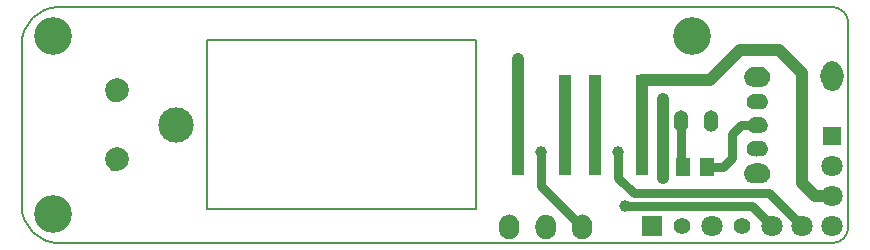
<source format=gbr>
G04 #@! TF.GenerationSoftware,KiCad,Pcbnew,(5.1.0-rc1-70-gd15876595)*
G04 #@! TF.CreationDate,2019-03-06T11:27:39+01:00
G04 #@! TF.ProjectId,spwm3.3,7370776d-332e-4332-9e6b-696361645f70,rev?*
G04 #@! TF.SameCoordinates,Original*
G04 #@! TF.FileFunction,Copper,L1,Top*
G04 #@! TF.FilePolarity,Positive*
%FSLAX46Y46*%
G04 Gerber Fmt 4.6, Leading zero omitted, Abs format (unit mm)*
G04 Created by KiCad (PCBNEW (5.1.0-rc1-70-gd15876595)) date 2019-03-06 11:27:39*
%MOMM*%
%LPD*%
G04 APERTURE LIST*
G04 #@! TA.AperFunction,NonConductor*
%ADD10C,0.150000*%
G04 #@! TD*
G04 #@! TA.AperFunction,EtchedComponent*
%ADD11C,0.150000*%
G04 #@! TD*
G04 #@! TA.AperFunction,ComponentPad*
%ADD12C,1.800000*%
G04 #@! TD*
G04 #@! TA.AperFunction,ComponentPad*
%ADD13R,1.600000X1.600000*%
G04 #@! TD*
G04 #@! TA.AperFunction,ComponentPad*
%ADD14C,1.400000*%
G04 #@! TD*
G04 #@! TA.AperFunction,ComponentPad*
%ADD15R,1.700000X1.700000*%
G04 #@! TD*
G04 #@! TA.AperFunction,ComponentPad*
%ADD16C,1.200000*%
G04 #@! TD*
G04 #@! TA.AperFunction,ComponentPad*
%ADD17C,3.000000*%
G04 #@! TD*
G04 #@! TA.AperFunction,ComponentPad*
%ADD18C,3.200000*%
G04 #@! TD*
G04 #@! TA.AperFunction,ComponentPad*
%ADD19C,2.000000*%
G04 #@! TD*
G04 #@! TA.AperFunction,SMDPad,CuDef*
%ADD20R,1.200000X1.500000*%
G04 #@! TD*
G04 #@! TA.AperFunction,SMDPad,CuDef*
%ADD21R,1.000000X2.800000*%
G04 #@! TD*
G04 #@! TA.AperFunction,ComponentPad*
%ADD22C,1.700000*%
G04 #@! TD*
G04 #@! TA.AperFunction,ComponentPad*
%ADD23C,1.300000*%
G04 #@! TD*
G04 #@! TA.AperFunction,ViaPad*
%ADD24C,1.000000*%
G04 #@! TD*
G04 #@! TA.AperFunction,Conductor*
%ADD25C,1.000000*%
G04 #@! TD*
G04 #@! TA.AperFunction,Conductor*
%ADD26C,0.600000*%
G04 #@! TD*
G04 #@! TA.AperFunction,Conductor*
%ADD27C,0.800000*%
G04 #@! TD*
G04 APERTURE END LIST*
D10*
X183501100Y-113603599D02*
G75*
G02X182101100Y-115003600I-1399828J-173D01*
G01*
X183501100Y-113603600D02*
X183501100Y-111153600D01*
X183501100Y-111153600D02*
X183501100Y-96403600D01*
X182101100Y-95003599D02*
G75*
G02X183501100Y-96403600I172J-1399828D01*
G01*
X182101100Y-95003600D02*
X116676100Y-95003600D01*
X113501100Y-98178599D02*
G75*
G02X116676100Y-95003600I3175218J-219D01*
G01*
X113501100Y-98178600D02*
X113501100Y-111828600D01*
X116676100Y-115003599D02*
G75*
G02X113501100Y-111828600I218J3175218D01*
G01*
X116676100Y-115003600D02*
X182101100Y-115003600D01*
X182101100Y-115003600D02*
X182101100Y-115003600D01*
X151978100Y-112081600D02*
X151978100Y-97821600D01*
X151978100Y-97821600D02*
X129178100Y-97821600D01*
X129178100Y-97821600D02*
X129178100Y-112081600D01*
X129178100Y-112081600D02*
X151978100Y-112081600D01*
D11*
G04 #@! TO.C,D1*
G36*
X169928100Y-104353600D02*
G01*
X169921100Y-104259600D01*
X169899100Y-104168600D01*
X169863100Y-104081600D01*
X169814100Y-104001600D01*
X169753100Y-103929600D01*
X169681100Y-103868600D01*
X169601100Y-103819600D01*
X169514100Y-103783600D01*
X169423100Y-103761600D01*
X169329100Y-103754600D01*
X169235100Y-103761600D01*
X169144100Y-103783600D01*
X169057100Y-103819600D01*
X168977100Y-103868600D01*
X168905100Y-103929600D01*
X168844100Y-104001600D01*
X168795100Y-104081600D01*
X168759100Y-104168600D01*
X168737100Y-104259600D01*
X168730100Y-104353600D01*
X168730100Y-104953600D01*
X168737100Y-105047600D01*
X168759100Y-105138600D01*
X168795100Y-105225600D01*
X168844100Y-105305600D01*
X168905100Y-105377600D01*
X168977100Y-105438600D01*
X169057100Y-105487600D01*
X169144100Y-105523600D01*
X169235100Y-105545600D01*
X169329100Y-105552600D01*
X169423100Y-105545600D01*
X169514100Y-105523600D01*
X169601100Y-105487600D01*
X169681100Y-105438600D01*
X169753100Y-105377600D01*
X169814100Y-105305600D01*
X169863100Y-105225600D01*
X169899100Y-105138600D01*
X169921100Y-105047600D01*
X169928100Y-104953600D01*
X169928100Y-104353600D01*
G37*
G36*
X172468100Y-104353600D02*
G01*
X172461100Y-104259600D01*
X172439100Y-104168600D01*
X172403100Y-104081600D01*
X172354100Y-104001600D01*
X172293100Y-103929600D01*
X172221100Y-103868600D01*
X172141100Y-103819600D01*
X172054100Y-103783600D01*
X171963100Y-103761600D01*
X171869100Y-103754600D01*
X171775100Y-103761600D01*
X171684100Y-103783600D01*
X171597100Y-103819600D01*
X171517100Y-103868600D01*
X171445100Y-103929600D01*
X171384100Y-104001600D01*
X171335100Y-104081600D01*
X171299100Y-104168600D01*
X171277100Y-104259600D01*
X171270100Y-104353600D01*
X171270100Y-104953600D01*
X171277100Y-105047600D01*
X171299100Y-105138600D01*
X171335100Y-105225600D01*
X171384100Y-105305600D01*
X171445100Y-105377600D01*
X171517100Y-105438600D01*
X171597100Y-105487600D01*
X171684100Y-105523600D01*
X171775100Y-105545600D01*
X171869100Y-105552600D01*
X171963100Y-105545600D01*
X172054100Y-105523600D01*
X172141100Y-105487600D01*
X172221100Y-105438600D01*
X172293100Y-105377600D01*
X172354100Y-105305600D01*
X172403100Y-105225600D01*
X172439100Y-105138600D01*
X172461100Y-105047600D01*
X172468100Y-104953600D01*
X172468100Y-104353600D01*
G37*
G04 #@! TO.C,Pad4*
G36*
X122269000Y-101860000D02*
G01*
X122259000Y-101735000D01*
X122230000Y-101613000D01*
X122182000Y-101497000D01*
X122116000Y-101390000D01*
X122035000Y-101295000D01*
X121940000Y-101214000D01*
X121833000Y-101148000D01*
X121717000Y-101100000D01*
X121595000Y-101071000D01*
X121470000Y-101061000D01*
X121345000Y-101071000D01*
X121223000Y-101100000D01*
X121107000Y-101148000D01*
X121000000Y-101214000D01*
X120905000Y-101295000D01*
X120824000Y-101390000D01*
X120758000Y-101497000D01*
X120710000Y-101613000D01*
X120681000Y-101735000D01*
X120671000Y-101860000D01*
X120671000Y-102260000D01*
X120681000Y-102385000D01*
X120710000Y-102507000D01*
X120758000Y-102623000D01*
X120824000Y-102730000D01*
X120905000Y-102825000D01*
X121000000Y-102906000D01*
X121107000Y-102972000D01*
X121223000Y-103020000D01*
X121345000Y-103049000D01*
X121470000Y-103059000D01*
X121595000Y-103049000D01*
X121717000Y-103020000D01*
X121833000Y-102972000D01*
X121940000Y-102906000D01*
X122035000Y-102825000D01*
X122116000Y-102730000D01*
X122182000Y-102623000D01*
X122230000Y-102507000D01*
X122259000Y-102385000D01*
X122269000Y-102260000D01*
X122269000Y-101860000D01*
G37*
G04 #@! TO.C,Pad7*
G36*
X122219000Y-107920000D02*
G01*
X122180000Y-107611000D01*
X122066000Y-107333000D01*
X121890000Y-107112000D01*
X121667000Y-106970000D01*
X121420000Y-106921000D01*
X121173000Y-106970000D01*
X120950000Y-107112000D01*
X120774000Y-107333000D01*
X120660000Y-107611000D01*
X120621000Y-107920000D01*
X120660000Y-108229000D01*
X120774000Y-108507000D01*
X120950000Y-108728000D01*
X121173000Y-108870000D01*
X121420000Y-108919000D01*
X121667000Y-108870000D01*
X121890000Y-108728000D01*
X122066000Y-108507000D01*
X122180000Y-108229000D01*
X122219000Y-107920000D01*
G37*
G04 #@! TO.C,S4*
G36*
X176029100Y-109952600D02*
G01*
X176162100Y-109942600D01*
X176291100Y-109910600D01*
X176414100Y-109859600D01*
X176528100Y-109790600D01*
X176629100Y-109703600D01*
X176716100Y-109602600D01*
X176785100Y-109488600D01*
X176836100Y-109365600D01*
X176868100Y-109236600D01*
X176878100Y-109103600D01*
X176868100Y-108970600D01*
X176836100Y-108841600D01*
X176785100Y-108718600D01*
X176716100Y-108604600D01*
X176629100Y-108503600D01*
X176528100Y-108416600D01*
X176414100Y-108347600D01*
X176291100Y-108296600D01*
X176162100Y-108264600D01*
X176029100Y-108254600D01*
X175529100Y-108254600D01*
X175396100Y-108264600D01*
X175267100Y-108296600D01*
X175144100Y-108347600D01*
X175030100Y-108416600D01*
X174929100Y-108503600D01*
X174842100Y-108604600D01*
X174773100Y-108718600D01*
X174722100Y-108841600D01*
X174690100Y-108970600D01*
X174680100Y-109103600D01*
X174690100Y-109236600D01*
X174722100Y-109365600D01*
X174773100Y-109488600D01*
X174842100Y-109602600D01*
X174929100Y-109703600D01*
X175030100Y-109790600D01*
X175144100Y-109859600D01*
X175267100Y-109910600D01*
X175396100Y-109942600D01*
X175529100Y-109952600D01*
X176029100Y-109952600D01*
G37*
G36*
X176029100Y-101752600D02*
G01*
X176162100Y-101742600D01*
X176291100Y-101710600D01*
X176414100Y-101659600D01*
X176528100Y-101590600D01*
X176629100Y-101503600D01*
X176716100Y-101402600D01*
X176785100Y-101288600D01*
X176836100Y-101165600D01*
X176868100Y-101036600D01*
X176878100Y-100903600D01*
X176868100Y-100770600D01*
X176836100Y-100641600D01*
X176785100Y-100518600D01*
X176716100Y-100404600D01*
X176629100Y-100303600D01*
X176528100Y-100216600D01*
X176414100Y-100147600D01*
X176291100Y-100096600D01*
X176162100Y-100064600D01*
X176029100Y-100054600D01*
X175529100Y-100054600D01*
X175396100Y-100064600D01*
X175267100Y-100096600D01*
X175144100Y-100147600D01*
X175030100Y-100216600D01*
X174929100Y-100303600D01*
X174842100Y-100404600D01*
X174773100Y-100518600D01*
X174722100Y-100641600D01*
X174690100Y-100770600D01*
X174680100Y-100903600D01*
X174690100Y-101036600D01*
X174722100Y-101165600D01*
X174773100Y-101288600D01*
X174842100Y-101402600D01*
X174929100Y-101503600D01*
X175030100Y-101590600D01*
X175144100Y-101659600D01*
X175267100Y-101710600D01*
X175396100Y-101742600D01*
X175529100Y-101752600D01*
X176029100Y-101752600D01*
G37*
G36*
X176029100Y-107652600D02*
G01*
X176131100Y-107644600D01*
X176230100Y-107620600D01*
X176324100Y-107581600D01*
X176410100Y-107528600D01*
X176488100Y-107462600D01*
X176554100Y-107384600D01*
X176607100Y-107298600D01*
X176646100Y-107204600D01*
X176670100Y-107105600D01*
X176678100Y-107003600D01*
X176670100Y-106901600D01*
X176646100Y-106802600D01*
X176607100Y-106708600D01*
X176554100Y-106622600D01*
X176488100Y-106544600D01*
X176410100Y-106478600D01*
X176324100Y-106425600D01*
X176230100Y-106386600D01*
X176131100Y-106362600D01*
X176029100Y-106354600D01*
X175529100Y-106354600D01*
X175427100Y-106362600D01*
X175328100Y-106386600D01*
X175234100Y-106425600D01*
X175148100Y-106478600D01*
X175070100Y-106544600D01*
X175004100Y-106622600D01*
X174951100Y-106708600D01*
X174912100Y-106802600D01*
X174888100Y-106901600D01*
X174880100Y-107003600D01*
X174888100Y-107105600D01*
X174912100Y-107204600D01*
X174951100Y-107298600D01*
X175004100Y-107384600D01*
X175070100Y-107462600D01*
X175148100Y-107528600D01*
X175234100Y-107581600D01*
X175328100Y-107620600D01*
X175427100Y-107644600D01*
X175529100Y-107652600D01*
X176029100Y-107652600D01*
G37*
G36*
X176029100Y-105652600D02*
G01*
X176131100Y-105644600D01*
X176230100Y-105620600D01*
X176324100Y-105581600D01*
X176410100Y-105528600D01*
X176488100Y-105462600D01*
X176554100Y-105384600D01*
X176607100Y-105298600D01*
X176646100Y-105204600D01*
X176670100Y-105105600D01*
X176678100Y-105003600D01*
X176670100Y-104901600D01*
X176646100Y-104802600D01*
X176607100Y-104708600D01*
X176554100Y-104622600D01*
X176488100Y-104544600D01*
X176410100Y-104478600D01*
X176324100Y-104425600D01*
X176230100Y-104386600D01*
X176131100Y-104362600D01*
X176029100Y-104354600D01*
X175529100Y-104354600D01*
X175427100Y-104362600D01*
X175328100Y-104386600D01*
X175234100Y-104425600D01*
X175148100Y-104478600D01*
X175070100Y-104544600D01*
X175004100Y-104622600D01*
X174951100Y-104708600D01*
X174912100Y-104802600D01*
X174888100Y-104901600D01*
X174880100Y-105003600D01*
X174888100Y-105105600D01*
X174912100Y-105204600D01*
X174951100Y-105298600D01*
X175004100Y-105384600D01*
X175070100Y-105462600D01*
X175148100Y-105528600D01*
X175234100Y-105581600D01*
X175328100Y-105620600D01*
X175427100Y-105644600D01*
X175529100Y-105652600D01*
X176029100Y-105652600D01*
G37*
G36*
X176029100Y-103652600D02*
G01*
X176131100Y-103644600D01*
X176230100Y-103620600D01*
X176324100Y-103581600D01*
X176410100Y-103528600D01*
X176488100Y-103462600D01*
X176554100Y-103384600D01*
X176607100Y-103298600D01*
X176646100Y-103204600D01*
X176670100Y-103105600D01*
X176678100Y-103003600D01*
X176670100Y-102901600D01*
X176646100Y-102802600D01*
X176607100Y-102708600D01*
X176554100Y-102622600D01*
X176488100Y-102544600D01*
X176410100Y-102478600D01*
X176324100Y-102425600D01*
X176230100Y-102386600D01*
X176131100Y-102362600D01*
X176029100Y-102354600D01*
X175529100Y-102354600D01*
X175427100Y-102362600D01*
X175328100Y-102386600D01*
X175234100Y-102425600D01*
X175148100Y-102478600D01*
X175070100Y-102544600D01*
X175004100Y-102622600D01*
X174951100Y-102708600D01*
X174912100Y-102802600D01*
X174888100Y-102901600D01*
X174880100Y-103003600D01*
X174888100Y-103105600D01*
X174912100Y-103204600D01*
X174951100Y-103298600D01*
X175004100Y-103384600D01*
X175070100Y-103462600D01*
X175148100Y-103528600D01*
X175234100Y-103581600D01*
X175328100Y-103620600D01*
X175427100Y-103644600D01*
X175529100Y-103652600D01*
X176029100Y-103652600D01*
G37*
G04 #@! TO.C,U4*
G36*
X182990100Y-100453600D02*
G01*
X182980100Y-100320600D01*
X182948100Y-100191600D01*
X182897100Y-100068600D01*
X182828100Y-99954600D01*
X182741100Y-99853600D01*
X182640100Y-99766600D01*
X182526100Y-99697600D01*
X182403100Y-99646600D01*
X182274100Y-99614600D01*
X182141100Y-99604600D01*
X182008100Y-99614600D01*
X181879100Y-99646600D01*
X181756100Y-99697600D01*
X181642100Y-99766600D01*
X181541100Y-99853600D01*
X181454100Y-99954600D01*
X181385100Y-100068600D01*
X181334100Y-100191600D01*
X181302100Y-100320600D01*
X181292100Y-100453600D01*
X181292100Y-101253600D01*
X181302100Y-101386600D01*
X181334100Y-101515600D01*
X181385100Y-101638600D01*
X181454100Y-101752600D01*
X181541100Y-101853600D01*
X181642100Y-101940600D01*
X181756100Y-102009600D01*
X181879100Y-102060600D01*
X182008100Y-102092600D01*
X182141100Y-102102600D01*
X182274100Y-102092600D01*
X182403100Y-102060600D01*
X182526100Y-102009600D01*
X182640100Y-101940600D01*
X182741100Y-101853600D01*
X182828100Y-101752600D01*
X182897100Y-101638600D01*
X182948100Y-101515600D01*
X182980100Y-101386600D01*
X182990100Y-101253600D01*
X182990100Y-100453600D01*
G37*
G04 #@! TO.C,U5*
G36*
X158729000Y-113430000D02*
G01*
X158719000Y-113297000D01*
X158687000Y-113168000D01*
X158636000Y-113045000D01*
X158567000Y-112931000D01*
X158480000Y-112830000D01*
X158379000Y-112743000D01*
X158265000Y-112674000D01*
X158142000Y-112623000D01*
X158013000Y-112591000D01*
X157880000Y-112581000D01*
X157747000Y-112591000D01*
X157618000Y-112623000D01*
X157495000Y-112674000D01*
X157381000Y-112743000D01*
X157280000Y-112830000D01*
X157193000Y-112931000D01*
X157124000Y-113045000D01*
X157073000Y-113168000D01*
X157041000Y-113297000D01*
X157031000Y-113430000D01*
X157031000Y-113830000D01*
X157041000Y-113963000D01*
X157073000Y-114092000D01*
X157124000Y-114215000D01*
X157193000Y-114329000D01*
X157280000Y-114430000D01*
X157381000Y-114517000D01*
X157495000Y-114586000D01*
X157618000Y-114637000D01*
X157747000Y-114669000D01*
X157880000Y-114679000D01*
X158013000Y-114669000D01*
X158142000Y-114637000D01*
X158265000Y-114586000D01*
X158379000Y-114517000D01*
X158480000Y-114430000D01*
X158567000Y-114329000D01*
X158636000Y-114215000D01*
X158687000Y-114092000D01*
X158719000Y-113963000D01*
X158729000Y-113830000D01*
X158729000Y-113430000D01*
G37*
G04 #@! TO.C,U6*
G36*
X161829000Y-113420000D02*
G01*
X161819000Y-113287000D01*
X161787000Y-113158000D01*
X161736000Y-113035000D01*
X161667000Y-112921000D01*
X161580000Y-112820000D01*
X161479000Y-112733000D01*
X161365000Y-112664000D01*
X161242000Y-112613000D01*
X161113000Y-112581000D01*
X160980000Y-112571000D01*
X160847000Y-112581000D01*
X160718000Y-112613000D01*
X160595000Y-112664000D01*
X160481000Y-112733000D01*
X160380000Y-112820000D01*
X160293000Y-112921000D01*
X160224000Y-113035000D01*
X160173000Y-113158000D01*
X160141000Y-113287000D01*
X160131000Y-113420000D01*
X160131000Y-113820000D01*
X160141000Y-113953000D01*
X160173000Y-114082000D01*
X160224000Y-114205000D01*
X160293000Y-114319000D01*
X160380000Y-114420000D01*
X160481000Y-114507000D01*
X160595000Y-114576000D01*
X160718000Y-114627000D01*
X160847000Y-114659000D01*
X160980000Y-114669000D01*
X161113000Y-114659000D01*
X161242000Y-114627000D01*
X161365000Y-114576000D01*
X161479000Y-114507000D01*
X161580000Y-114420000D01*
X161667000Y-114319000D01*
X161736000Y-114205000D01*
X161787000Y-114082000D01*
X161819000Y-113953000D01*
X161829000Y-113820000D01*
X161829000Y-113420000D01*
G37*
G04 #@! TO.C,U7*
G36*
X155628100Y-113423600D02*
G01*
X155618100Y-113290600D01*
X155586100Y-113161600D01*
X155535100Y-113038600D01*
X155466100Y-112924600D01*
X155379100Y-112823600D01*
X155278100Y-112736600D01*
X155164100Y-112667600D01*
X155041100Y-112616600D01*
X154912100Y-112584600D01*
X154779100Y-112574600D01*
X154646100Y-112584600D01*
X154517100Y-112616600D01*
X154394100Y-112667600D01*
X154280100Y-112736600D01*
X154179100Y-112823600D01*
X154092100Y-112924600D01*
X154023100Y-113038600D01*
X153972100Y-113161600D01*
X153940100Y-113290600D01*
X153930100Y-113423600D01*
X153930100Y-113823600D01*
X153940100Y-113956600D01*
X153972100Y-114085600D01*
X154023100Y-114208600D01*
X154092100Y-114322600D01*
X154179100Y-114423600D01*
X154280100Y-114510600D01*
X154394100Y-114579600D01*
X154517100Y-114630600D01*
X154646100Y-114662600D01*
X154779100Y-114672600D01*
X154912100Y-114662600D01*
X155041100Y-114630600D01*
X155164100Y-114579600D01*
X155278100Y-114510600D01*
X155379100Y-114423600D01*
X155466100Y-114322600D01*
X155535100Y-114208600D01*
X155586100Y-114085600D01*
X155618100Y-113956600D01*
X155628100Y-113823600D01*
X155628100Y-113423600D01*
G37*
G04 #@! TD*
D12*
G04 #@! TO.P,U1,8*
G04 #@! TO.N,VM_Meaure*
X179600700Y-113553967D03*
D13*
G04 #@! TO.P,U1,12*
G04 #@! TO.N,VIN*
X182140700Y-105933967D03*
D12*
G04 #@! TO.P,U1,11*
G04 #@! TO.N,UP*
X182140700Y-108473967D03*
G04 #@! TO.P,U1,10*
G04 #@! TO.N,DOWN*
X182140700Y-111013967D03*
G04 #@! TO.P,U1,9*
G04 #@! TO.N,N/C*
X182140700Y-113553967D03*
G04 #@! TO.P,U1,7*
G04 #@! TO.N,VM+*
X177060700Y-113553967D03*
D14*
G04 #@! TO.P,U1,6*
G04 #@! TO.N,N/C*
X174520700Y-113553967D03*
D12*
G04 #@! TO.P,U1,5*
G04 #@! TO.N,FIRE_SW*
X171980700Y-113553967D03*
D14*
G04 #@! TO.P,U1,4*
G04 #@! TO.N,N/C*
X169440700Y-113553967D03*
D15*
G04 #@! TO.P,U1,3*
G04 #@! TO.N,GND*
X166900700Y-113553967D03*
G04 #@! TD*
D16*
G04 #@! TO.P,D1,2*
G04 #@! TO.N,LED+*
X169329100Y-104653600D03*
G04 #@! TO.P,D1,1*
G04 #@! TO.N,GND*
X171869100Y-104653600D03*
G04 #@! TD*
D17*
G04 #@! TO.P,Pad1,1*
G04 #@! TO.N,N/C*
X126600000Y-104975000D03*
G04 #@! TD*
D18*
G04 #@! TO.P,Pad3,1*
G04 #@! TO.N,N/C*
X170289100Y-97503600D03*
G04 #@! TD*
D19*
G04 #@! TO.P,Pad4,1*
G04 #@! TO.N,FIRE_SW*
X121600000Y-102060000D03*
G04 #@! TD*
D18*
G04 #@! TO.P,Pad5,1*
G04 #@! TO.N,N/C*
X116149100Y-112503600D03*
G04 #@! TD*
G04 #@! TO.P,Pad6,1*
G04 #@! TO.N,N/C*
X116149100Y-97503600D03*
G04 #@! TD*
D19*
G04 #@! TO.P,Pad7,1*
G04 #@! TO.N,GND*
X121600000Y-107920000D03*
G04 #@! TD*
D20*
G04 #@! TO.P,R1,2*
G04 #@! TO.N,VIN*
X171524100Y-108548600D03*
G04 #@! TO.P,R1,1*
G04 #@! TO.N,LED+*
X169524100Y-108548600D03*
G04 #@! TD*
D21*
G04 #@! TO.P,S2,4*
G04 #@! TO.N,UP*
X155488500Y-107903567D03*
G04 #@! TO.P,S2,3*
X155488500Y-102103567D03*
G04 #@! TO.P,S2,2*
G04 #@! TO.N,GND*
X159488500Y-107903567D03*
G04 #@! TO.P,S2,1*
X159488500Y-102103567D03*
G04 #@! TD*
G04 #@! TO.P,S3,4*
G04 #@! TO.N,DOWN*
X166043000Y-102103567D03*
G04 #@! TO.P,S3,3*
X166043000Y-107903567D03*
G04 #@! TO.P,S3,2*
G04 #@! TO.N,GND*
X162043000Y-102103567D03*
G04 #@! TO.P,S3,1*
X162043000Y-107903567D03*
G04 #@! TD*
D22*
G04 #@! TO.P,S4,5*
G04 #@! TO.N,N/C*
X175779100Y-109103600D03*
G04 #@! TO.P,S4,4*
X175779100Y-100903600D03*
D23*
G04 #@! TO.P,S4,3*
X175779100Y-107003600D03*
G04 #@! TO.P,S4,2*
G04 #@! TO.N,VIN*
X175779100Y-105003600D03*
G04 #@! TO.P,S4,1*
G04 #@! TO.N,BAT+*
X175779100Y-103003600D03*
G04 #@! TD*
D19*
G04 #@! TO.P,U4,1*
G04 #@! TO.N,BAT+*
X182141100Y-100853600D03*
G04 #@! TD*
D22*
G04 #@! TO.P,U5,1*
G04 #@! TO.N,VM+*
X157880000Y-113630000D03*
G04 #@! TD*
G04 #@! TO.P,U6,1*
G04 #@! TO.N,VM_Meaure*
X160980000Y-113630000D03*
G04 #@! TD*
G04 #@! TO.P,U7,1*
G04 #@! TO.N,GND*
X154779100Y-113630000D03*
G04 #@! TD*
D24*
G04 #@! TO.N,FIRE_SW*
X167797200Y-102821067D03*
X167797200Y-109448567D03*
G04 #@! TO.N,GND*
X159479100Y-105003600D03*
X162039100Y-105003600D03*
G04 #@! TO.N,UP*
X155488500Y-99424867D03*
G04 #@! TO.N,VM+*
X164591100Y-111853600D03*
G04 #@! TO.N,VM_Meaure*
X157487200Y-107253567D03*
X164037200Y-107253567D03*
G04 #@! TD*
D25*
G04 #@! TO.N,DOWN*
X166043000Y-102103567D02*
X166043000Y-107903567D01*
X182141100Y-111013533D02*
X180639033Y-111013533D01*
X180639033Y-111013533D02*
X179547200Y-109921700D01*
X179547200Y-109921700D02*
X179547200Y-100561700D01*
X179547200Y-100561700D02*
X177669100Y-98683600D01*
X177669100Y-98683600D02*
X174297867Y-98683600D01*
X174297867Y-98683600D02*
X171777900Y-101203567D01*
X171777900Y-101203567D02*
X166043000Y-101203567D01*
X166043000Y-101203567D02*
X166043000Y-102103567D01*
G04 #@! TO.N,FIRE_SW*
X167797200Y-109448567D02*
X167797200Y-102821067D01*
G04 #@! TO.N,GND*
X159488500Y-102103567D02*
X159488500Y-104995500D01*
X159488500Y-104995500D02*
X159488500Y-107903567D01*
D26*
X159479100Y-105003600D02*
X159488500Y-104995500D01*
D25*
X162043000Y-102103567D02*
X162043000Y-104995500D01*
X162043000Y-104995500D02*
X162043000Y-107903567D01*
D26*
X162039100Y-105003600D02*
X162043000Y-104995500D01*
D27*
G04 #@! TO.N,LED+*
X169329100Y-104653600D02*
X169329100Y-104603600D01*
X169529100Y-104603600D02*
X169529100Y-104603600D01*
X169529100Y-104603600D02*
X169329100Y-104603600D01*
X169329100Y-108353600D02*
X169524100Y-108548600D01*
X169329100Y-104653600D02*
X169329100Y-108353600D01*
D25*
G04 #@! TO.N,UP*
X155488500Y-102103567D02*
X155488500Y-102103567D01*
X155488500Y-102103567D02*
X155488500Y-107903567D01*
X155488500Y-99424867D02*
X155488500Y-102103567D01*
D27*
G04 #@! TO.N,VIN*
X175779100Y-105003600D02*
X174412967Y-105003600D01*
X174412967Y-105003600D02*
X173629100Y-105787467D01*
X173629100Y-105787467D02*
X173629100Y-107767467D01*
X173629100Y-107767467D02*
X172847967Y-108548600D01*
X172847967Y-108548600D02*
X171524100Y-108548600D01*
D26*
G04 #@! TO.N,VM+*
X164606100Y-111868600D02*
X164591100Y-111853600D01*
D27*
X175360333Y-111853600D02*
X177060700Y-113553967D01*
X164591100Y-111853600D02*
X175360333Y-111853600D01*
D25*
X157487200Y-113612800D02*
X157480000Y-113620000D01*
D27*
G04 #@! TO.N,VM_Meaure*
X164037200Y-109461700D02*
X164037200Y-107253567D01*
X165329067Y-110753567D02*
X164037200Y-109461700D01*
X176800300Y-110753567D02*
X179600700Y-113553967D01*
X165329067Y-110753567D02*
X176800300Y-110753567D01*
X157487200Y-110137200D02*
X160980000Y-113630000D01*
X157487200Y-107253567D02*
X157487200Y-110137200D01*
G04 #@! TD*
M02*

</source>
